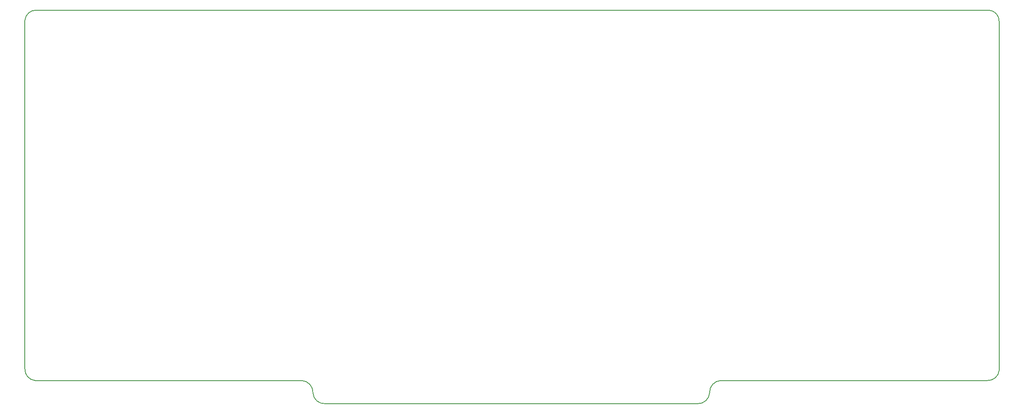
<source format=gm1>
%TF.GenerationSoftware,KiCad,Pcbnew,7.0.6*%
%TF.CreationDate,2023-07-18T22:48:20-04:00*%
%TF.ProjectId,cutiepie2040-standard-stagger,63757469-6570-4696-9532-3034302d7374,rev?*%
%TF.SameCoordinates,PX2d6b3a0PY7aa1830*%
%TF.FileFunction,Profile,NP*%
%FSLAX46Y46*%
G04 Gerber Fmt 4.6, Leading zero omitted, Abs format (unit mm)*
G04 Created by KiCad (PCBNEW 7.0.6) date 2023-07-18 22:48:20*
%MOMM*%
%LPD*%
G01*
G04 APERTURE LIST*
%TA.AperFunction,Profile*%
%ADD10C,0.200000*%
%TD*%
G04 APERTURE END LIST*
D10*
X59143955Y2190569D02*
G75*
G03*
X61614666Y294I2330525J140255D01*
G01*
X-158Y7187796D02*
G75*
G03*
X2099880Y4762794I2311838J-119772D01*
G01*
X200024880Y78577580D02*
X200024880Y6875928D01*
X2099880Y4762794D02*
X56839666Y4762794D01*
X200024910Y78577579D02*
G75*
G03*
X197949880Y80962794I-2279030J112545D01*
G01*
X142874880Y4762794D02*
X197614666Y4762794D01*
X-120Y7187794D02*
X-120Y78864849D01*
X142874884Y4762709D02*
G75*
G03*
X140570608Y2219782I119196J-2423485D01*
G01*
X138099881Y305D02*
G75*
G03*
X140570607Y2219782I125699J2345019D01*
G01*
X61614666Y294D02*
X138099880Y294D01*
X59143951Y2190567D02*
G75*
G03*
X56839666Y4762793I-2438271J133957D01*
G01*
X2399880Y80962789D02*
G75*
G03*
X-119Y78864849I-108900J-2297165D01*
G01*
X2399880Y80962794D02*
X197949880Y80962794D01*
X197614664Y4762751D02*
G75*
G03*
X200024880Y6875928I105316J2310973D01*
G01*
M02*

</source>
